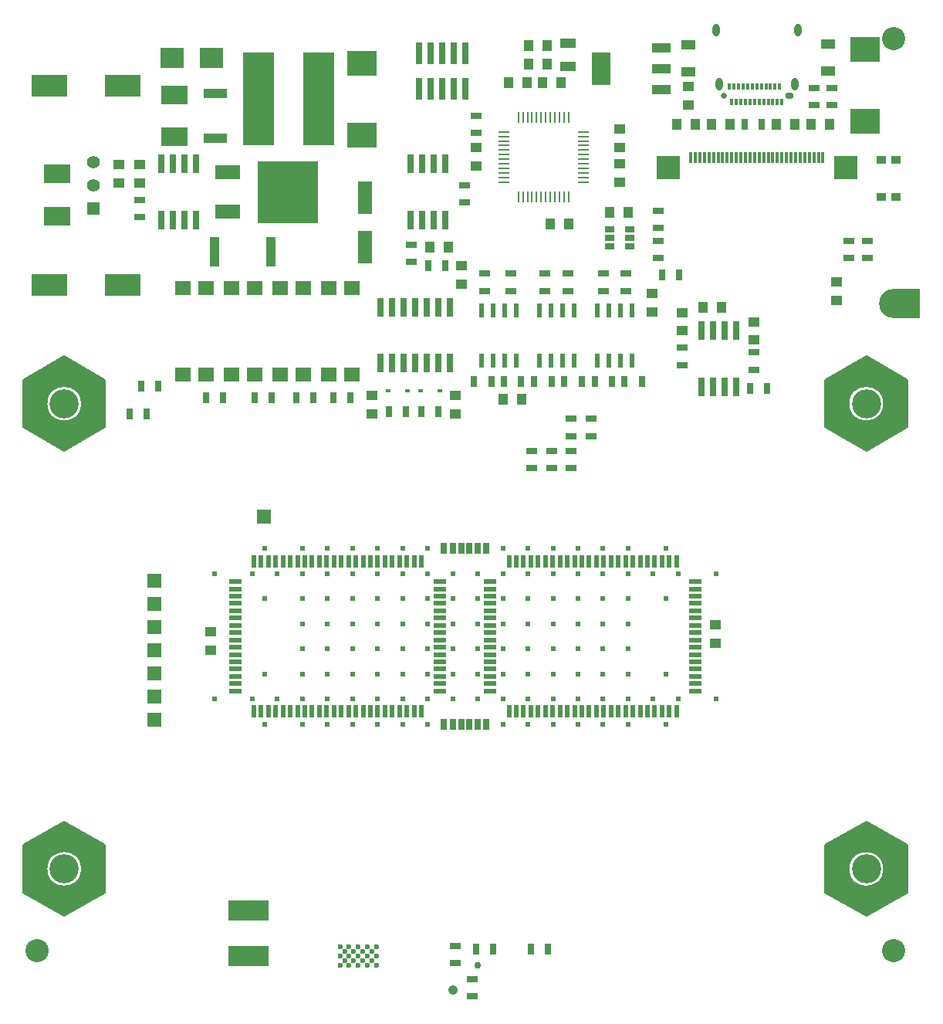
<source format=gbr>
G04 #@! TF.FileFunction,Soldermask,Bot*
%FSLAX46Y46*%
G04 Gerber Fmt 4.6, Leading zero omitted, Abs format (unit mm)*
G04 Created by KiCad (PCBNEW 4.0.7-e2-6376~58~ubuntu16.04.1) date Sat Jul 28 16:41:28 2018*
%MOMM*%
%LPD*%
G01*
G04 APERTURE LIST*
%ADD10C,0.100000*%
%ADD11C,2.250000*%
%ADD12C,0.150000*%
%ADD13C,1.000000*%
%ADD14R,1.000000X1.250000*%
%ADD15R,1.800000X1.000000*%
%ADD16R,1.250000X1.000000*%
%ADD17R,1.700000X1.600000*%
%ADD18R,4.000500X2.400300*%
%ADD19R,1.300000X0.700000*%
%ADD20R,0.610000X1.520000*%
%ADD21R,0.700000X1.300000*%
%ADD22R,0.800000X1.300000*%
%ADD23R,2.780000X1.550000*%
%ADD24R,6.730000X6.740000*%
%ADD25R,1.397000X1.397000*%
%ADD26C,1.397000*%
%ADD27R,0.660400X2.032000*%
%ADD28R,1.000000X3.200000*%
%ADD29R,2.500000X1.000000*%
%ADD30R,2.500000X2.300000*%
%ADD31C,2.540000*%
%ADD32R,1.501140X1.501140*%
%ADD33R,1.600200X3.599180*%
%ADD34R,3.500000X10.200000*%
%ADD35R,3.000000X2.000000*%
%ADD36R,1.060000X0.650000*%
%ADD37R,0.600000X0.450000*%
%ADD38C,0.604800*%
%ADD39R,1.300000X0.250000*%
%ADD40R,0.250000X1.300000*%
%ADD41R,2.032000X3.657600*%
%ADD42R,2.032000X1.016000*%
%ADD43R,1.000000X0.900000*%
%ADD44O,0.800000X1.400000*%
%ADD45R,0.300000X0.700000*%
%ADD46O,0.950000X0.650000*%
%ADD47C,0.650000*%
%ADD48R,1.600000X1.000000*%
%ADD49C,3.200000*%
%ADD50R,3.000000X3.200000*%
%ADD51R,0.500000X1.480000*%
%ADD52R,1.480000X0.500000*%
%ADD53C,0.600000*%
%ADD54R,4.500000X2.200000*%
%ADD55R,0.300000X1.250000*%
%ADD56R,2.500000X2.500000*%
%ADD57R,1.500000X1.500000*%
%ADD58R,3.200000X2.700000*%
%ADD59R,0.740000X2.400000*%
%ADD60C,0.750000*%
%ADD61C,1.050000*%
G04 APERTURE END LIST*
D10*
D11*
X146982767Y-74000000D02*
G75*
G03X146982767Y-74000000I-2982767J0D01*
G01*
D12*
X139500000Y-71402000D02*
X139500000Y-76598000D01*
X148500000Y-71402000D02*
X148500000Y-76598000D01*
X144000000Y-68804000D02*
X148500000Y-71402000D01*
X139500000Y-71402000D02*
X144000000Y-68804000D01*
X144000000Y-79196000D02*
X139500000Y-76598000D01*
X148500000Y-76598000D02*
X144000000Y-79196000D01*
D13*
X140000000Y-71700000D02*
X144000000Y-69400000D01*
X140000000Y-76300000D02*
X140000000Y-71700000D01*
X144000000Y-78600000D02*
X140000000Y-76300000D01*
X148000000Y-76300000D02*
X144000000Y-78600000D01*
X148000000Y-71700000D02*
X148000000Y-76300000D01*
X144000000Y-69400000D02*
X148000000Y-71700000D01*
D11*
X146982767Y-125000000D02*
G75*
G03X146982767Y-125000000I-2982767J0D01*
G01*
D12*
X139500000Y-122402000D02*
X139500000Y-127598000D01*
X148500000Y-122402000D02*
X148500000Y-127598000D01*
X144000000Y-119804000D02*
X148500000Y-122402000D01*
X139500000Y-122402000D02*
X144000000Y-119804000D01*
X144000000Y-130196000D02*
X139500000Y-127598000D01*
X148500000Y-127598000D02*
X144000000Y-130196000D01*
D13*
X140000000Y-122700000D02*
X144000000Y-120400000D01*
X140000000Y-127300000D02*
X140000000Y-122700000D01*
X144000000Y-129600000D02*
X140000000Y-127300000D01*
X148000000Y-127300000D02*
X144000000Y-129600000D01*
X148000000Y-122700000D02*
X148000000Y-127300000D01*
X144000000Y-120400000D02*
X148000000Y-122700000D01*
D11*
X58982767Y-125000000D02*
G75*
G03X58982767Y-125000000I-2982767J0D01*
G01*
D12*
X51500000Y-122402000D02*
X51500000Y-127598000D01*
X60500000Y-122402000D02*
X60500000Y-127598000D01*
X56000000Y-119804000D02*
X60500000Y-122402000D01*
X51500000Y-122402000D02*
X56000000Y-119804000D01*
X56000000Y-130196000D02*
X51500000Y-127598000D01*
X60500000Y-127598000D02*
X56000000Y-130196000D01*
D13*
X52000000Y-122700000D02*
X56000000Y-120400000D01*
X52000000Y-127300000D02*
X52000000Y-122700000D01*
X56000000Y-129600000D02*
X52000000Y-127300000D01*
X60000000Y-127300000D02*
X56000000Y-129600000D01*
X60000000Y-122700000D02*
X60000000Y-127300000D01*
X56000000Y-120400000D02*
X60000000Y-122700000D01*
D11*
X58982767Y-74000000D02*
G75*
G03X58982767Y-74000000I-2982767J0D01*
G01*
D12*
X51500000Y-71402000D02*
X51500000Y-76598000D01*
X60500000Y-71402000D02*
X60500000Y-76598000D01*
X56000000Y-68804000D02*
X60500000Y-71402000D01*
X51500000Y-71402000D02*
X56000000Y-68804000D01*
X56000000Y-79196000D02*
X51500000Y-76598000D01*
X60500000Y-76598000D02*
X56000000Y-79196000D01*
D13*
X52000000Y-71700000D02*
X56000000Y-69400000D01*
X52000000Y-76300000D02*
X52000000Y-71700000D01*
X56000000Y-78600000D02*
X52000000Y-76300000D01*
X60000000Y-76300000D02*
X56000000Y-78600000D01*
X60000000Y-71700000D02*
X60000000Y-76300000D01*
X56000000Y-69400000D02*
X60000000Y-71700000D01*
D14*
X108950000Y-34757000D03*
X106950000Y-34757000D03*
D15*
X111252000Y-34523000D03*
X111252000Y-37023000D03*
D16*
X101219000Y-45949000D03*
X101219000Y-47949000D03*
D17*
X85011000Y-70817000D03*
X87551000Y-70817000D03*
X87551000Y-61317000D03*
X85011000Y-61317000D03*
D18*
X54419500Y-60960000D03*
X62420500Y-60960000D03*
D19*
X102156000Y-61619500D03*
X102156000Y-59719500D03*
D20*
X118285000Y-69244000D03*
X117015000Y-69244000D03*
X115745000Y-69244000D03*
X114475000Y-69244000D03*
X114475000Y-63779000D03*
X115745000Y-63779000D03*
X117015000Y-63779000D03*
X118285000Y-63779000D03*
X111935000Y-63779000D03*
X110665000Y-63779000D03*
X109395000Y-63779000D03*
X108125000Y-63779000D03*
X108125000Y-69244000D03*
X109395000Y-69244000D03*
X110665000Y-69244000D03*
X111935000Y-69244000D03*
D21*
X102852000Y-71591500D03*
X100952000Y-71591500D03*
D19*
X64262000Y-53528000D03*
X64262000Y-51628000D03*
X101219000Y-42443000D03*
X101219000Y-44343000D03*
D21*
X107177800Y-133766200D03*
X109077800Y-133766200D03*
X101183400Y-133766200D03*
X103083400Y-133766200D03*
D19*
X100812600Y-137083400D03*
X100812600Y-138983400D03*
X98882200Y-133425800D03*
X98882200Y-135325800D03*
D21*
X133126000Y-72363040D03*
X131226000Y-72363040D03*
D19*
X131668000Y-70265040D03*
X131668000Y-68365040D03*
X123794000Y-69757040D03*
X123794000Y-67857040D03*
D21*
X116139000Y-71587000D03*
X114239000Y-71587000D03*
X109456000Y-71591500D03*
X107556000Y-71591500D03*
X104206000Y-71587000D03*
X106106000Y-71587000D03*
X110858000Y-71591500D03*
X112758000Y-71591500D03*
X95189000Y-74889000D03*
X97089000Y-74889000D03*
X71567000Y-73365000D03*
X73467000Y-73365000D03*
X76901000Y-73365000D03*
X78801000Y-73365000D03*
X87437000Y-73365000D03*
X85537000Y-73365000D03*
X81473000Y-73365000D03*
X83373000Y-73365000D03*
D19*
X117650000Y-61619500D03*
X117650000Y-59719500D03*
D21*
X117462000Y-71591500D03*
X119362000Y-71591500D03*
D19*
X140208000Y-41295000D03*
X140208000Y-39395000D03*
X144145000Y-56159000D03*
X144145000Y-58059000D03*
D21*
X121605000Y-59903000D03*
X123505000Y-59903000D03*
D19*
X142113000Y-56159000D03*
X142113000Y-58059000D03*
X115175000Y-61625000D03*
X115175000Y-59725000D03*
X108760000Y-61619500D03*
X108760000Y-59719500D03*
X104975000Y-61625000D03*
X104975000Y-59725000D03*
X111300000Y-61619500D03*
X111300000Y-59719500D03*
X99949000Y-51963000D03*
X99949000Y-50063000D03*
D21*
X93533000Y-74889000D03*
X91633000Y-74889000D03*
X95951000Y-58887000D03*
X97851000Y-58887000D03*
D22*
X98625000Y-89875000D03*
D21*
X97675000Y-89875000D03*
X99575000Y-89875000D03*
D23*
X73932000Y-48620000D03*
D24*
X80567000Y-50800000D03*
D23*
X73932000Y-52980000D03*
D17*
X74343000Y-70817000D03*
X76883000Y-70817000D03*
X76883000Y-61317000D03*
X74343000Y-61317000D03*
X69009000Y-70817000D03*
X71549000Y-70817000D03*
X71549000Y-61317000D03*
X69009000Y-61317000D03*
X79677000Y-70817000D03*
X82217000Y-70817000D03*
X82217000Y-61317000D03*
X79677000Y-61317000D03*
D20*
X105585000Y-69244000D03*
X104315000Y-69244000D03*
X103045000Y-69244000D03*
X101775000Y-69244000D03*
X101775000Y-63779000D03*
X103045000Y-63779000D03*
X104315000Y-63779000D03*
X105585000Y-63779000D03*
D16*
X123794000Y-65997040D03*
X123794000Y-63997040D03*
D25*
X59230000Y-52605000D03*
D26*
X59230000Y-50065000D03*
X59230000Y-47525000D03*
D27*
X129763000Y-72134440D03*
X128493000Y-72134440D03*
X127223000Y-72134440D03*
X125953000Y-72134440D03*
X125953000Y-65987640D03*
X127223000Y-65987640D03*
X128493000Y-65987640D03*
X129763000Y-65987640D03*
D28*
X72465000Y-57363000D03*
X78665000Y-57363000D03*
D29*
X72565000Y-44895000D03*
X72565000Y-39995000D03*
D16*
X61976000Y-49768000D03*
X61976000Y-47768000D03*
X64262000Y-47768000D03*
X64262000Y-49768000D03*
X127432000Y-98246000D03*
X127432000Y-100246000D03*
X72060000Y-101008000D03*
X72060000Y-99008000D03*
D30*
X67875000Y-36095000D03*
X72175000Y-36095000D03*
D31*
X147000000Y-34000000D03*
X147000000Y-134000000D03*
X53000000Y-134000000D03*
D16*
X131668000Y-65013040D03*
X131668000Y-67013040D03*
D14*
X126127000Y-63459000D03*
X128127000Y-63459000D03*
D22*
X101375000Y-109125000D03*
D21*
X100425000Y-109125000D03*
X102325000Y-109125000D03*
D22*
X101375000Y-89875000D03*
D21*
X100425000Y-89875000D03*
X102325000Y-89875000D03*
D22*
X98625000Y-109125000D03*
D21*
X99575000Y-109125000D03*
X97675000Y-109125000D03*
D18*
X62420500Y-39116000D03*
X54419500Y-39116000D03*
D14*
X106791000Y-38821000D03*
X104791000Y-38821000D03*
D16*
X140716000Y-62681000D03*
X140716000Y-60681000D03*
D14*
X108950000Y-36789000D03*
X106950000Y-36789000D03*
D16*
X116967000Y-45917000D03*
X116967000Y-43917000D03*
D32*
X65913000Y-103591000D03*
X65913000Y-108671000D03*
X65913000Y-95971000D03*
X65913000Y-93431000D03*
X65913000Y-106131000D03*
X65913000Y-98511000D03*
X65913000Y-101051000D03*
D33*
X89000000Y-51374180D03*
X89000000Y-56875820D03*
D34*
X83945000Y-40599000D03*
X77345000Y-40599000D03*
D14*
X125206000Y-43393000D03*
X123206000Y-43393000D03*
X137938000Y-43393000D03*
X139938000Y-43393000D03*
X127016000Y-43393000D03*
X129016000Y-43393000D03*
X136128000Y-43393000D03*
X134128000Y-43393000D03*
X117840000Y-53045000D03*
X115840000Y-53045000D03*
D35*
X68120000Y-40145000D03*
X68120000Y-44745000D03*
D16*
X120523000Y-63951000D03*
X120523000Y-61951000D03*
D27*
X66675000Y-47726600D03*
X67945000Y-47726600D03*
X69215000Y-47726600D03*
X70485000Y-47726600D03*
X70485000Y-53873400D03*
X69215000Y-53873400D03*
X67945000Y-53873400D03*
X66675000Y-53873400D03*
X93980000Y-47685600D03*
X95250000Y-47685600D03*
X96520000Y-47685600D03*
X97790000Y-47685600D03*
X97790000Y-53832400D03*
X96520000Y-53832400D03*
X95250000Y-53832400D03*
X93980000Y-53832400D03*
D36*
X115867000Y-56789000D03*
X115867000Y-55839000D03*
X115867000Y-54889000D03*
X118067000Y-54889000D03*
X118067000Y-56789000D03*
X118067000Y-55839000D03*
D16*
X89789000Y-73127000D03*
X89789000Y-75127000D03*
X98933000Y-75127000D03*
X98933000Y-73127000D03*
D14*
X96155000Y-56855000D03*
X98155000Y-56855000D03*
D37*
X91533000Y-72603000D03*
X93633000Y-72603000D03*
X97189000Y-72603000D03*
X95089000Y-72603000D03*
D27*
X90690000Y-63426600D03*
X91960000Y-63426600D03*
X93230000Y-63426600D03*
X94500000Y-63426600D03*
X95770000Y-63426600D03*
X97040000Y-63426600D03*
X98310000Y-63426600D03*
X98310000Y-69573400D03*
X97040000Y-69573400D03*
X94500000Y-69573400D03*
X93230000Y-69573400D03*
X91960000Y-69573400D03*
X90690000Y-69573400D03*
X95770000Y-69573400D03*
D14*
X108474000Y-38821000D03*
X110474000Y-38821000D03*
D38*
X82125000Y-92625000D03*
X82125000Y-106375000D03*
X84875000Y-92625000D03*
X84875000Y-95375000D03*
X84875000Y-98125000D03*
X84875000Y-100875000D03*
X84875000Y-103625000D03*
X84875000Y-106375000D03*
X87625000Y-92625000D03*
X87625000Y-95375000D03*
X87625000Y-98125000D03*
X87625000Y-100875000D03*
X87625000Y-103625000D03*
X87625000Y-106375000D03*
X90375000Y-92625000D03*
X90375000Y-95375000D03*
X90375000Y-98125000D03*
X90375000Y-100875000D03*
X90375000Y-103625000D03*
X90375000Y-106375000D03*
X93125000Y-92625000D03*
X93125000Y-95375000D03*
X93125000Y-98125000D03*
X93125000Y-100875000D03*
X93125000Y-103625000D03*
X93125000Y-106375000D03*
X95875000Y-92625000D03*
X95875000Y-95375000D03*
X95875000Y-98125000D03*
X95875000Y-100875000D03*
X95875000Y-103625000D03*
X95875000Y-106375000D03*
X98625000Y-92625000D03*
X98625000Y-95375000D03*
X98625000Y-98125000D03*
X98625000Y-100875000D03*
X98625000Y-103625000D03*
X98625000Y-106375000D03*
X101375000Y-92625000D03*
X101375000Y-95375000D03*
X101375000Y-98125000D03*
X101375000Y-100875000D03*
X101375000Y-103625000D03*
X101375000Y-106375000D03*
X104125000Y-92625000D03*
X104125000Y-95375000D03*
X104125000Y-98125000D03*
X104125000Y-100875000D03*
X104125000Y-103625000D03*
X104125000Y-106375000D03*
X106875000Y-92625000D03*
X106875000Y-95375000D03*
X106875000Y-98125000D03*
X106875000Y-100875000D03*
X106875000Y-103625000D03*
X106875000Y-106375000D03*
X109625000Y-92625000D03*
X109625000Y-95375000D03*
X109625000Y-98125000D03*
X109625000Y-100875000D03*
X109625000Y-103625000D03*
X109625000Y-106375000D03*
X112375000Y-92625000D03*
X112375000Y-95375000D03*
X112375000Y-98125000D03*
X112375000Y-100875000D03*
X112375000Y-103625000D03*
X112375000Y-106375000D03*
X115125000Y-92625000D03*
X115125000Y-95375000D03*
X115125000Y-98125000D03*
X115125000Y-100875000D03*
X115125000Y-103625000D03*
X115125000Y-106375000D03*
X117875000Y-92625000D03*
X117875000Y-106375000D03*
X84875000Y-89875000D03*
X84875000Y-109125000D03*
X87625000Y-89875000D03*
X87625000Y-109125000D03*
X90375000Y-89875000D03*
X90375000Y-109125000D03*
X93125000Y-89875000D03*
X93125000Y-109125000D03*
X95875000Y-89875000D03*
X95875000Y-109125000D03*
X98625000Y-89875000D03*
X98625000Y-109125000D03*
X101375000Y-89875000D03*
X101375000Y-109125000D03*
X104125000Y-89875000D03*
X104125000Y-109125000D03*
X106875000Y-89875000D03*
X106875000Y-109125000D03*
X109625000Y-89875000D03*
X109625000Y-109125000D03*
X112375000Y-89875000D03*
X112375000Y-109125000D03*
X115125000Y-89875000D03*
X115125000Y-109125000D03*
X82125000Y-95375000D03*
X82125000Y-98125000D03*
X82125000Y-100875000D03*
X82125000Y-103625000D03*
X117875000Y-95375000D03*
X117875000Y-98125000D03*
X117875000Y-100875000D03*
X117875000Y-103625000D03*
X82125000Y-89875000D03*
X82125000Y-109125000D03*
X117875000Y-89875000D03*
D39*
X112935000Y-44199000D03*
X112935000Y-44699000D03*
X112935000Y-45199000D03*
X112935000Y-45699000D03*
X112935000Y-46199000D03*
X112935000Y-46699000D03*
X112935000Y-47199000D03*
X112935000Y-47699000D03*
X112935000Y-48199000D03*
X112935000Y-48699000D03*
X112935000Y-49199000D03*
X112935000Y-49699000D03*
D40*
X111335000Y-51299000D03*
X110835000Y-51299000D03*
X110335000Y-51299000D03*
X109835000Y-51299000D03*
X109335000Y-51299000D03*
X108835000Y-51299000D03*
X108335000Y-51299000D03*
X107835000Y-51299000D03*
X107335000Y-51299000D03*
X106835000Y-51299000D03*
X106335000Y-51299000D03*
X105835000Y-51299000D03*
D39*
X104235000Y-49699000D03*
X104235000Y-49199000D03*
X104235000Y-48699000D03*
X104235000Y-48199000D03*
X104235000Y-47699000D03*
X104235000Y-47199000D03*
X104235000Y-46699000D03*
X104235000Y-46199000D03*
X104235000Y-45699000D03*
X104235000Y-45199000D03*
X104235000Y-44699000D03*
X104235000Y-44199000D03*
D40*
X105835000Y-42599000D03*
X106335000Y-42599000D03*
X106835000Y-42599000D03*
X107335000Y-42599000D03*
X107835000Y-42599000D03*
X108335000Y-42599000D03*
X108835000Y-42599000D03*
X109335000Y-42599000D03*
X109835000Y-42599000D03*
X110335000Y-42599000D03*
X110835000Y-42599000D03*
X111335000Y-42599000D03*
D14*
X111363000Y-54315000D03*
X109363000Y-54315000D03*
D16*
X116967000Y-47727000D03*
X116967000Y-49727000D03*
D41*
X114898000Y-37297000D03*
D42*
X121502000Y-37297000D03*
X121502000Y-39583000D03*
X121502000Y-35011000D03*
D43*
X147231000Y-51348500D03*
X145631000Y-51348500D03*
X147231000Y-47248500D03*
X145631000Y-47248500D03*
D44*
X127870000Y-39010000D03*
D45*
X129250000Y-40920000D03*
X129750000Y-40920000D03*
X130250000Y-40920000D03*
X130750000Y-40920000D03*
X131250000Y-40920000D03*
X131750000Y-40920000D03*
X132250000Y-40920000D03*
X134750000Y-40920000D03*
X133750000Y-40920000D03*
X133250000Y-40920000D03*
X132750000Y-40920000D03*
X134250000Y-40920000D03*
X134500000Y-39220000D03*
D44*
X136130000Y-39010000D03*
X136490000Y-33060000D03*
X127510000Y-33060000D03*
D46*
X135600000Y-40260000D03*
D47*
X128400000Y-40260000D03*
D45*
X134000000Y-39220000D03*
X133500000Y-39220000D03*
X133000000Y-39220000D03*
X132500000Y-39220000D03*
X132000000Y-39220000D03*
X131500000Y-39220000D03*
X131000000Y-39220000D03*
X130500000Y-39220000D03*
X130000000Y-39220000D03*
X129500000Y-39220000D03*
X129000000Y-39220000D03*
D48*
X139827000Y-34527000D03*
X139827000Y-37527000D03*
X124495000Y-37645000D03*
X124495000Y-34645000D03*
D16*
X124500000Y-41218000D03*
X124500000Y-39218000D03*
D49*
X146963000Y-63000000D03*
D50*
X148463000Y-63000000D03*
D51*
X104800000Y-91260000D03*
X105600000Y-91260000D03*
X106400000Y-91260000D03*
X107200000Y-91260000D03*
X108000000Y-91260000D03*
X108800000Y-91260000D03*
X109600000Y-91260000D03*
X110400000Y-91260000D03*
X111200000Y-91260000D03*
X112000000Y-91260000D03*
X112800000Y-91260000D03*
X113600000Y-91260000D03*
X114400000Y-91260000D03*
X115200000Y-91260000D03*
X116000000Y-91260000D03*
X116800000Y-91260000D03*
X117600000Y-91260000D03*
X118400000Y-91260000D03*
X119200000Y-91260000D03*
X120000000Y-91260000D03*
X120800000Y-91260000D03*
X121600000Y-91260000D03*
X122400000Y-91260000D03*
X123200000Y-91260000D03*
D52*
X125240000Y-93500000D03*
X125240000Y-94300000D03*
X125240000Y-95100000D03*
X125240000Y-95900000D03*
X125240000Y-96700000D03*
X125240000Y-97500000D03*
X125240000Y-98300000D03*
X125240000Y-99100000D03*
X125240000Y-99900000D03*
X125240000Y-100700000D03*
X125240000Y-101500000D03*
X125240000Y-102300000D03*
X125240000Y-103100000D03*
X125240000Y-103900000D03*
X125240000Y-104700000D03*
X125240000Y-105500000D03*
D51*
X123200000Y-107740000D03*
X122400000Y-107740000D03*
X121600000Y-107740000D03*
X120800000Y-107740000D03*
X120000000Y-107740000D03*
X119200000Y-107740000D03*
X118400000Y-107740000D03*
X117600000Y-107740000D03*
X116800000Y-107740000D03*
X116000000Y-107740000D03*
X115200000Y-107740000D03*
X114400000Y-107740000D03*
X113600000Y-107740000D03*
X112800000Y-107740000D03*
X112000000Y-107740000D03*
X111200000Y-107740000D03*
X110400000Y-107740000D03*
X109600000Y-107740000D03*
X108800000Y-107740000D03*
X108000000Y-107740000D03*
X107200000Y-107740000D03*
X106400000Y-107740000D03*
X105600000Y-107740000D03*
X104800000Y-107740000D03*
D52*
X102760000Y-105500000D03*
X102760000Y-104700000D03*
X102760000Y-103900000D03*
X102760000Y-103100000D03*
X102760000Y-102300000D03*
X102760000Y-101500000D03*
X102760000Y-100700000D03*
X102760000Y-99900000D03*
X102760000Y-99100000D03*
X102760000Y-98300000D03*
X102760000Y-97500000D03*
X102760000Y-96700000D03*
X102760000Y-95900000D03*
X102760000Y-95100000D03*
X102760000Y-94300000D03*
X102760000Y-93500000D03*
D51*
X95200000Y-107740000D03*
X94400000Y-107740000D03*
X93600000Y-107740000D03*
X92800000Y-107740000D03*
X92000000Y-107740000D03*
X91200000Y-107740000D03*
X90400000Y-107740000D03*
X89600000Y-107740000D03*
X88800000Y-107740000D03*
X88000000Y-107740000D03*
X87200000Y-107740000D03*
X86400000Y-107740000D03*
X85600000Y-107740000D03*
X84800000Y-107740000D03*
X84000000Y-107740000D03*
X83200000Y-107740000D03*
X82400000Y-107740000D03*
X81600000Y-107740000D03*
X80800000Y-107740000D03*
X80000000Y-107740000D03*
X79200000Y-107740000D03*
X78400000Y-107740000D03*
X77600000Y-107740000D03*
X76800000Y-107740000D03*
D52*
X74760000Y-105500000D03*
X74760000Y-104700000D03*
X74760000Y-103900000D03*
X74760000Y-103100000D03*
X74760000Y-102300000D03*
X74760000Y-101500000D03*
X74760000Y-100700000D03*
X74760000Y-99900000D03*
X74760000Y-99100000D03*
X74760000Y-98300000D03*
X74760000Y-97500000D03*
X74760000Y-96700000D03*
X74760000Y-95900000D03*
X74760000Y-95100000D03*
X74760000Y-94300000D03*
X74760000Y-93500000D03*
D51*
X76800000Y-91260000D03*
X77600000Y-91260000D03*
X78400000Y-91260000D03*
X79200000Y-91260000D03*
X80000000Y-91260000D03*
X80800000Y-91260000D03*
X81600000Y-91260000D03*
X82400000Y-91260000D03*
X83200000Y-91260000D03*
X84000000Y-91260000D03*
X84800000Y-91260000D03*
X85600000Y-91260000D03*
X86400000Y-91260000D03*
X87200000Y-91260000D03*
X88000000Y-91260000D03*
X88800000Y-91260000D03*
X89600000Y-91260000D03*
X90400000Y-91260000D03*
X91200000Y-91260000D03*
X92000000Y-91260000D03*
X92800000Y-91260000D03*
X93600000Y-91260000D03*
X94400000Y-91260000D03*
X95200000Y-91260000D03*
D52*
X97240000Y-93500000D03*
X97240000Y-94300000D03*
X97240000Y-95100000D03*
X97240000Y-95900000D03*
X97240000Y-96700000D03*
X97240000Y-97500000D03*
X97240000Y-98300000D03*
X97240000Y-99100000D03*
X97240000Y-99900000D03*
X97240000Y-100700000D03*
X97240000Y-101500000D03*
X97240000Y-102300000D03*
X97240000Y-103100000D03*
X97240000Y-103900000D03*
X97240000Y-104700000D03*
X97240000Y-105500000D03*
D38*
X76625000Y-92625000D03*
D53*
X90265000Y-135539000D03*
X89265000Y-135539000D03*
X88265000Y-135539000D03*
X87265000Y-135539000D03*
X86265000Y-135539000D03*
X90265000Y-134539000D03*
X89765000Y-135039000D03*
X89265000Y-134539000D03*
X88765000Y-135039000D03*
X88265000Y-134539000D03*
X87765000Y-135039000D03*
X87265000Y-134539000D03*
X86765000Y-135039000D03*
X86265000Y-134539000D03*
X90265000Y-133539000D03*
X89765000Y-134039000D03*
X89265000Y-133539000D03*
X88765000Y-134039000D03*
X88265000Y-133539000D03*
X87765000Y-134039000D03*
X87265000Y-133539000D03*
X86765000Y-134039000D03*
X86265000Y-133539000D03*
D54*
X76265000Y-129539000D03*
X76265000Y-134539000D03*
D55*
X139250000Y-47025000D03*
X137250000Y-47025000D03*
X137750000Y-47025000D03*
X138750000Y-47025000D03*
X138250000Y-47025000D03*
X136250000Y-47025000D03*
X136750000Y-47025000D03*
X135750000Y-47025000D03*
X135250000Y-47025000D03*
X132250000Y-47025000D03*
X132750000Y-47025000D03*
X133750000Y-47025000D03*
X133250000Y-47025000D03*
X134750000Y-47025000D03*
X134250000Y-47025000D03*
X126750000Y-47025000D03*
X127250000Y-47025000D03*
X125750000Y-47025000D03*
X126250000Y-47025000D03*
X125250000Y-47025000D03*
X124750000Y-47025000D03*
X127750000Y-47025000D03*
X128250000Y-47025000D03*
X129250000Y-47025000D03*
X128750000Y-47025000D03*
X130750000Y-47025000D03*
X131250000Y-47025000D03*
X130250000Y-47025000D03*
X129750000Y-47025000D03*
D56*
X122250000Y-48125000D03*
X141750000Y-48125000D03*
D55*
X131750000Y-47025000D03*
D19*
X121158000Y-54757000D03*
X121158000Y-52857000D03*
X121158000Y-56159000D03*
X121158000Y-58059000D03*
D49*
X144000000Y-74000000D03*
X144000000Y-125000000D03*
X56000000Y-125000000D03*
X56000000Y-74000000D03*
D57*
X77875000Y-86375000D03*
D35*
X55225000Y-48825000D03*
X55225000Y-53425000D03*
D16*
X99568000Y-58903000D03*
X99568000Y-60903000D03*
D19*
X109474000Y-79146000D03*
X109474000Y-81046000D03*
X111633000Y-79146000D03*
X111633000Y-81046000D03*
X113792000Y-75653500D03*
X113792000Y-77553500D03*
X111633000Y-75653500D03*
X111633000Y-77553500D03*
X107315000Y-79146000D03*
X107315000Y-81046000D03*
D21*
X63185000Y-75143000D03*
X65085000Y-75143000D03*
X66355000Y-72095000D03*
X64455000Y-72095000D03*
D38*
X117875000Y-109125000D03*
D58*
X143900000Y-35125000D03*
X143900000Y-43025000D03*
X88646000Y-36690000D03*
X88646000Y-44590000D03*
D59*
X100040000Y-39475600D03*
X100040000Y-35575600D03*
X98770000Y-39475600D03*
X98770000Y-35575600D03*
X97500000Y-39475600D03*
X97500000Y-35575600D03*
X96230000Y-39475600D03*
X96230000Y-35575600D03*
X94960000Y-39475600D03*
X94960000Y-35575600D03*
D19*
X94107000Y-56540000D03*
X94107000Y-58440000D03*
D14*
X106156000Y-73492000D03*
X104156000Y-73492000D03*
D19*
X138303000Y-41295000D03*
X138303000Y-39395000D03*
D60*
X101343303Y-135572297D03*
D61*
X98656297Y-138259303D03*
D21*
X130622000Y-43393000D03*
X132522000Y-43393000D03*
D38*
X79375000Y-92625000D03*
X78000000Y-89875000D03*
X78000000Y-95375000D03*
X72500000Y-92625000D03*
X78000000Y-109125000D03*
X122000000Y-103625000D03*
X72500000Y-106375000D03*
X76625000Y-106375000D03*
X78000000Y-103625000D03*
X79375000Y-106375000D03*
X120625000Y-92625000D03*
X122000000Y-89875000D03*
X123375000Y-92625000D03*
X127500000Y-92625000D03*
X127500000Y-106375000D03*
X123375000Y-106375000D03*
X122000000Y-109125000D03*
X120625000Y-106375000D03*
X122000000Y-95375000D03*
M02*

</source>
